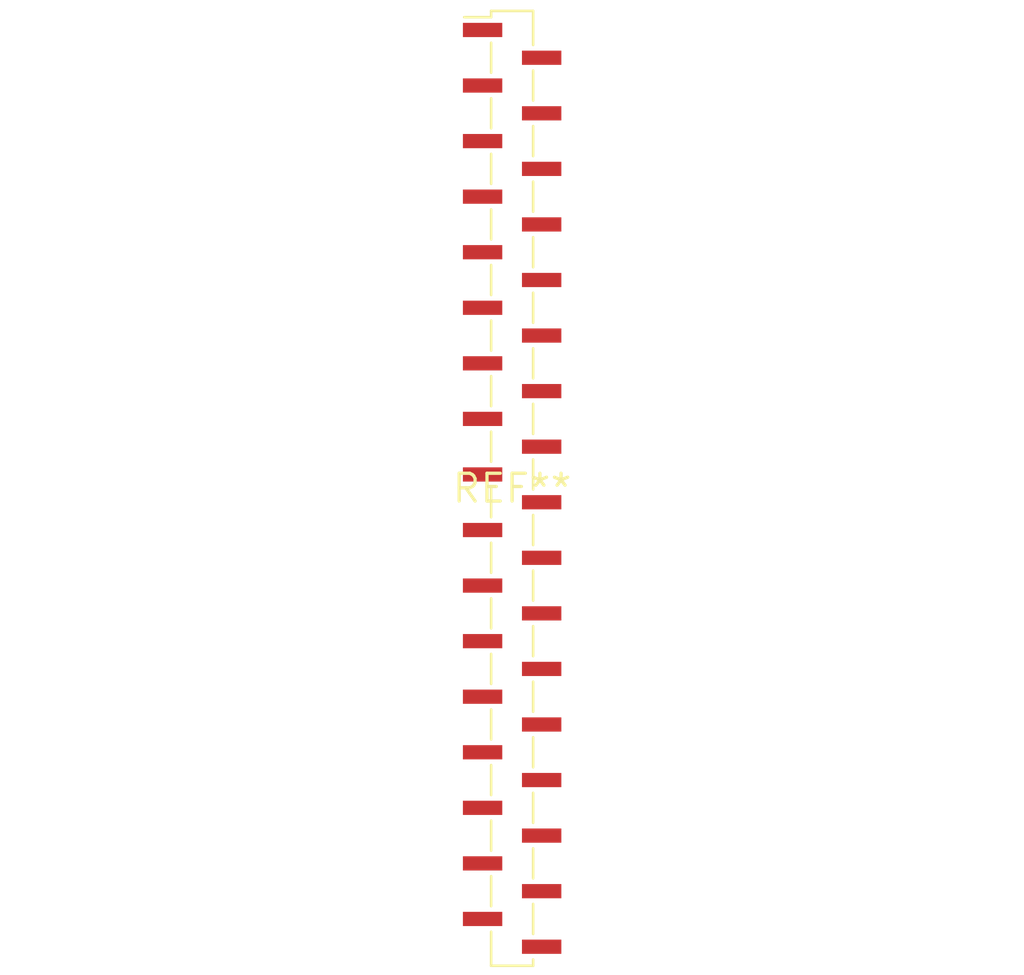
<source format=kicad_pcb>
(kicad_pcb (version 20240108) (generator pcbnew)
  (layers (0 "F.Cu" signal) (31 "B.Cu" signal) (34 "B.Paste" user) (35 "F.Paste" user) (36 "B.SilkS" user "B.Silkscreen") (37 "F.SilkS" user "F.Silkscreen") (38 "B.Mask" user) (39 "F.Mask" user) (44 "Edge.Cuts" user))
  (net 0 "")
  (footprint "PinSocket_1x34_P1.27mm_Vertical_SMD_Pin1Left" (layer "F.Cu") (at 0 0)
    (property "Reference" "REF**")
    (property "Value" "PinSocket_1x34_P1.27mm_Vertical_SMD_Pin1Left")
    (fp_line (start -2.19 -21.54) (end -0.96 -21.54) (layer "F.SilkS") (stroke (width 0.12)))
    (fp_line (start -0.96 -21.825) (end -0.96 -21.54) (layer "F.SilkS") (stroke (width 0.12)))
    (fp_line (start -0.96 -21.825) (end 0.96 -21.825) (layer "F.SilkS") (stroke (width 0.12)))
    (fp_line (start -0.96 -20.37) (end -0.96 -19) (layer "F.SilkS") (stroke (width 0.12)))
    (fp_line (start -0.96 -17.83) (end -0.96 -16.46) (layer "F.SilkS") (stroke (width 0.12)))
    (fp_line (start -0.96 -15.29) (end -0.96 -13.92) (layer "F.SilkS") (stroke (width 0.12)))
    (fp_line (start -0.96 -12.75) (end -0.96 -11.38) (layer "F.SilkS") (stroke (width 0.12)))
    (fp_line (start -0.96 -10.21) (end -0.96 -8.84) (layer "F.SilkS") (stroke (width 0.12)))
    (fp_line (start -0.96 -7.67) (end -0.96 -6.3) (layer "F.SilkS") (stroke (width 0.12)))
    (fp_line (start -0.96 -5.13) (end -0.96 -3.76) (layer "F.SilkS") (stroke (width 0.12)))
    (fp_line (start -0.96 -2.59) (end -0.96 -1.22) (layer "F.SilkS") (stroke (width 0.12)))
    (fp_line (start -0.96 -0.05) (end -0.96 1.32) (layer "F.SilkS") (stroke (width 0.12)))
    (fp_line (start -0.96 2.49) (end -0.96 3.86) (layer "F.SilkS") (stroke (width 0.12)))
    (fp_line (start -0.96 5.03) (end -0.96 6.4) (layer "F.SilkS") (stroke (width 0.12)))
    (fp_line (start -0.96 7.57) (end -0.96 8.94) (layer "F.SilkS") (stroke (width 0.12)))
    (fp_line (start -0.96 10.11) (end -0.96 11.48) (layer "F.SilkS") (stroke (width 0.12)))
    (fp_line (start -0.96 12.65) (end -0.96 14.02) (layer "F.SilkS") (stroke (width 0.12)))
    (fp_line (start -0.96 15.19) (end -0.96 16.56) (layer "F.SilkS") (stroke (width 0.12)))
    (fp_line (start -0.96 17.73) (end -0.96 19.1) (layer "F.SilkS") (stroke (width 0.12)))
    (fp_line (start -0.96 20.27) (end -0.96 21.825) (layer "F.SilkS") (stroke (width 0.12)))
    (fp_line (start -0.96 21.825) (end 0.96 21.825) (layer "F.SilkS") (stroke (width 0.12)))
    (fp_line (start 0.96 -21.825) (end 0.96 -20.27) (layer "F.SilkS") (stroke (width 0.12)))
    (fp_line (start 0.96 -19.1) (end 0.96 -17.73) (layer "F.SilkS") (stroke (width 0.12)))
    (fp_line (start 0.96 -16.56) (end 0.96 -15.19) (layer "F.SilkS") (stroke (width 0.12)))
    (fp_line (start 0.96 -14.02) (end 0.96 -12.65) (layer "F.SilkS") (stroke (width 0.12)))
    (fp_line (start 0.96 -11.48) (end 0.96 -10.11) (layer "F.SilkS") (stroke (width 0.12)))
    (fp_line (start 0.96 -8.94) (end 0.96 -7.57) (layer "F.SilkS") (stroke (width 0.12)))
    (fp_line (start 0.96 -6.4) (end 0.96 -5.03) (layer "F.SilkS") (stroke (width 0.12)))
    (fp_line (start 0.96 -3.86) (end 0.96 -2.49) (layer "F.SilkS") (stroke (width 0.12)))
    (fp_line (start 0.96 -1.32) (end 0.96 0.05) (layer "F.SilkS") (stroke (width 0.12)))
    (fp_line (start 0.96 1.22) (end 0.96 2.59) (layer "F.SilkS") (stroke (width 0.12)))
    (fp_line (start 0.96 3.76) (end 0.96 5.13) (layer "F.SilkS") (stroke (width 0.12)))
    (fp_line (start 0.96 6.3) (end 0.96 7.67) (layer "F.SilkS") (stroke (width 0.12)))
    (fp_line (start 0.96 8.84) (end 0.96 10.21) (layer "F.SilkS") (stroke (width 0.12)))
    (fp_line (start 0.96 11.38) (end 0.96 12.75) (layer "F.SilkS") (stroke (width 0.12)))
    (fp_line (start 0.96 13.92) (end 0.96 15.29) (layer "F.SilkS") (stroke (width 0.12)))
    (fp_line (start 0.96 16.46) (end 0.96 17.83) (layer "F.SilkS") (stroke (width 0.12)))
    (fp_line (start 0.96 19) (end 0.96 20.37) (layer "F.SilkS") (stroke (width 0.12)))
    (fp_line (start 0.96 21.54) (end 0.96 21.825) (layer "F.SilkS") (stroke (width 0.12)))
    (pad "1" smd rect (at -1.35 -20.955) (size 1.8 0.65) (layers "F.Cu" "F.Paste" "F.Mask"))
    (pad "2" smd rect (at 1.35 -19.685) (size 1.8 0.65) (layers "F.Cu" "F.Paste" "F.Mask"))
    (pad "3" smd rect (at -1.35 -18.415) (size 1.8 0.65) (layers "F.Cu" "F.Paste" "F.Mask"))
    (pad "4" smd rect (at 1.35 -17.145) (size 1.8 0.65) (layers "F.Cu" "F.Paste" "F.Mask"))
    (pad "5" smd rect (at -1.35 -15.875) (size 1.8 0.65) (layers "F.Cu" "F.Paste" "F.Mask"))
    (pad "6" smd rect (at 1.35 -14.605) (size 1.8 0.65) (layers "F.Cu" "F.Paste" "F.Mask"))
    (pad "7" smd rect (at -1.35 -13.335) (size 1.8 0.65) (layers "F.Cu" "F.Paste" "F.Mask"))
    (pad "8" smd rect (at 1.35 -12.065) (size 1.8 0.65) (layers "F.Cu" "F.Paste" "F.Mask"))
    (pad "9" smd rect (at -1.35 -10.795) (size 1.8 0.65) (layers "F.Cu" "F.Paste" "F.Mask"))
    (pad "10" smd rect (at 1.35 -9.525) (size 1.8 0.65) (layers "F.Cu" "F.Paste" "F.Mask"))
    (pad "11" smd rect (at -1.35 -8.255) (size 1.8 0.65) (layers "F.Cu" "F.Paste" "F.Mask"))
    (pad "12" smd rect (at 1.35 -6.985) (size 1.8 0.65) (layers "F.Cu" "F.Paste" "F.Mask"))
    (pad "13" smd rect (at -1.35 -5.715) (size 1.8 0.65) (layers "F.Cu" "F.Paste" "F.Mask"))
    (pad "14" smd rect (at 1.35 -4.445) (size 1.8 0.65) (layers "F.Cu" "F.Paste" "F.Mask"))
    (pad "15" smd rect (at -1.35 -3.175) (size 1.8 0.65) (layers "F.Cu" "F.Paste" "F.Mask"))
    (pad "16" smd rect (at 1.35 -1.905) (size 1.8 0.65) (layers "F.Cu" "F.Paste" "F.Mask"))
    (pad "17" smd rect (at -1.35 -0.635) (size 1.8 0.65) (layers "F.Cu" "F.Paste" "F.Mask"))
    (pad "18" smd rect (at 1.35 0.635) (size 1.8 0.65) (layers "F.Cu" "F.Paste" "F.Mask"))
    (pad "19" smd rect (at -1.35 1.905) (size 1.8 0.65) (layers "F.Cu" "F.Paste" "F.Mask"))
    (pad "20" smd rect (at 1.35 3.175) (size 1.8 0.65) (layers "F.Cu" "F.Paste" "F.Mask"))
    (pad "21" smd rect (at -1.35 4.445) (size 1.8 0.65) (layers "F.Cu" "F.Paste" "F.Mask"))
    (pad "22" smd rect (at 1.35 5.715) (size 1.8 0.65) (layers "F.Cu" "F.Paste" "F.Mask"))
    (pad "23" smd rect (at -1.35 6.985) (size 1.8 0.65) (layers "F.Cu" "F.Paste" "F.Mask"))
    (pad "24" smd rect (at 1.35 8.255) (size 1.8 0.65) (layers "F.Cu" "F.Paste" "F.Mask"))
    (pad "25" smd rect (at -1.35 9.525) (size 1.8 0.65) (layers "F.Cu" "F.Paste" "F.Mask"))
    (pad "26" smd rect (at 1.35 10.795) (size 1.8 0.65) (layers "F.Cu" "F.Paste" "F.Mask"))
    (pad "27" smd rect (at -1.35 12.065) (size 1.8 0.65) (layers "F.Cu" "F.Paste" "F.Mask"))
    (pad "28" smd rect (at 1.35 13.335) (size 1.8 0.65) (layers "F.Cu" "F.Paste" "F.Mask"))
    (pad "29" smd rect (at -1.35 14.605) (size 1.8 0.65) (layers "F.Cu" "F.Paste" "F.Mask"))
    (pad "30" smd rect (at 1.35 15.875) (size 1.8 0.65) (layers "F.Cu" "F.Paste" "F.Mask"))
    (pad "31" smd rect (at -1.35 17.145) (size 1.8 0.65) (layers "F.Cu" "F.Paste" "F.Mask"))
    (pad "32" smd rect (at 1.35 18.415) (size 1.8 0.65) (layers "F.Cu" "F.Paste" "F.Mask"))
    (pad "33" smd rect (at -1.35 19.685) (size 1.8 0.65) (layers "F.Cu" "F.Paste" "F.Mask"))
    (pad "34" smd rect (at 1.35 20.955) (size 1.8 0.65) (layers "F.Cu" "F.Paste" "F.Mask"))
  )
)
</source>
